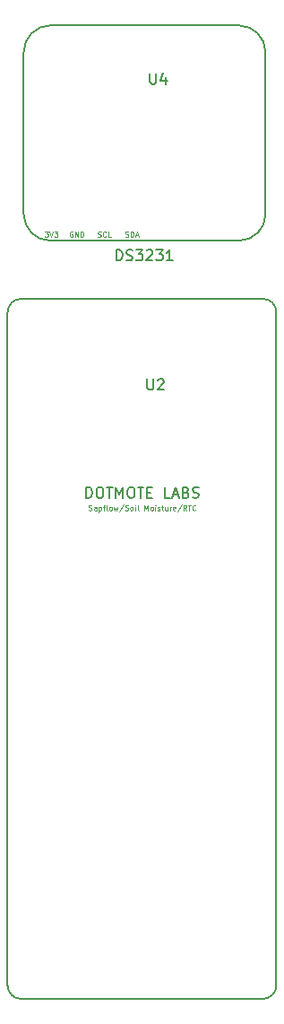
<source format=gbr>
G04 #@! TF.GenerationSoftware,KiCad,Pcbnew,(5.1.0-0)*
G04 #@! TF.CreationDate,2019-06-19T18:31:01-07:00*
G04 #@! TF.ProjectId,d32_sapflow_rtc,6433325f-7361-4706-966c-6f775f727463,rev?*
G04 #@! TF.SameCoordinates,Original*
G04 #@! TF.FileFunction,Legend,Top*
G04 #@! TF.FilePolarity,Positive*
%FSLAX46Y46*%
G04 Gerber Fmt 4.6, Leading zero omitted, Abs format (unit mm)*
G04 Created by KiCad (PCBNEW (5.1.0-0)) date 2019-06-19 18:31:01*
%MOMM*%
%LPD*%
G04 APERTURE LIST*
%ADD10C,0.125000*%
%ADD11C,0.150000*%
G04 APERTURE END LIST*
D10*
X161552380Y-101002380D02*
X161623809Y-101026190D01*
X161742857Y-101026190D01*
X161790476Y-101002380D01*
X161814285Y-100978571D01*
X161838095Y-100930952D01*
X161838095Y-100883333D01*
X161814285Y-100835714D01*
X161790476Y-100811904D01*
X161742857Y-100788095D01*
X161647619Y-100764285D01*
X161600000Y-100740476D01*
X161576190Y-100716666D01*
X161552380Y-100669047D01*
X161552380Y-100621428D01*
X161576190Y-100573809D01*
X161600000Y-100550000D01*
X161647619Y-100526190D01*
X161766666Y-100526190D01*
X161838095Y-100550000D01*
X162266666Y-101026190D02*
X162266666Y-100764285D01*
X162242857Y-100716666D01*
X162195238Y-100692857D01*
X162100000Y-100692857D01*
X162052380Y-100716666D01*
X162266666Y-101002380D02*
X162219047Y-101026190D01*
X162100000Y-101026190D01*
X162052380Y-101002380D01*
X162028571Y-100954761D01*
X162028571Y-100907142D01*
X162052380Y-100859523D01*
X162100000Y-100835714D01*
X162219047Y-100835714D01*
X162266666Y-100811904D01*
X162504761Y-100692857D02*
X162504761Y-101192857D01*
X162504761Y-100716666D02*
X162552380Y-100692857D01*
X162647619Y-100692857D01*
X162695238Y-100716666D01*
X162719047Y-100740476D01*
X162742857Y-100788095D01*
X162742857Y-100930952D01*
X162719047Y-100978571D01*
X162695238Y-101002380D01*
X162647619Y-101026190D01*
X162552380Y-101026190D01*
X162504761Y-101002380D01*
X162885714Y-100692857D02*
X163076190Y-100692857D01*
X162957142Y-101026190D02*
X162957142Y-100597619D01*
X162980952Y-100550000D01*
X163028571Y-100526190D01*
X163076190Y-100526190D01*
X163314285Y-101026190D02*
X163266666Y-101002380D01*
X163242857Y-100954761D01*
X163242857Y-100526190D01*
X163576190Y-101026190D02*
X163528571Y-101002380D01*
X163504761Y-100978571D01*
X163480952Y-100930952D01*
X163480952Y-100788095D01*
X163504761Y-100740476D01*
X163528571Y-100716666D01*
X163576190Y-100692857D01*
X163647619Y-100692857D01*
X163695238Y-100716666D01*
X163719047Y-100740476D01*
X163742857Y-100788095D01*
X163742857Y-100930952D01*
X163719047Y-100978571D01*
X163695238Y-101002380D01*
X163647619Y-101026190D01*
X163576190Y-101026190D01*
X163909523Y-100692857D02*
X164004761Y-101026190D01*
X164100000Y-100788095D01*
X164195238Y-101026190D01*
X164290476Y-100692857D01*
X164838095Y-100502380D02*
X164409523Y-101145238D01*
X164980952Y-101002380D02*
X165052380Y-101026190D01*
X165171428Y-101026190D01*
X165219047Y-101002380D01*
X165242857Y-100978571D01*
X165266666Y-100930952D01*
X165266666Y-100883333D01*
X165242857Y-100835714D01*
X165219047Y-100811904D01*
X165171428Y-100788095D01*
X165076190Y-100764285D01*
X165028571Y-100740476D01*
X165004761Y-100716666D01*
X164980952Y-100669047D01*
X164980952Y-100621428D01*
X165004761Y-100573809D01*
X165028571Y-100550000D01*
X165076190Y-100526190D01*
X165195238Y-100526190D01*
X165266666Y-100550000D01*
X165552380Y-101026190D02*
X165504761Y-101002380D01*
X165480952Y-100978571D01*
X165457142Y-100930952D01*
X165457142Y-100788095D01*
X165480952Y-100740476D01*
X165504761Y-100716666D01*
X165552380Y-100692857D01*
X165623809Y-100692857D01*
X165671428Y-100716666D01*
X165695238Y-100740476D01*
X165719047Y-100788095D01*
X165719047Y-100930952D01*
X165695238Y-100978571D01*
X165671428Y-101002380D01*
X165623809Y-101026190D01*
X165552380Y-101026190D01*
X165933333Y-101026190D02*
X165933333Y-100692857D01*
X165933333Y-100526190D02*
X165909523Y-100550000D01*
X165933333Y-100573809D01*
X165957142Y-100550000D01*
X165933333Y-100526190D01*
X165933333Y-100573809D01*
X166242857Y-101026190D02*
X166195238Y-101002380D01*
X166171428Y-100954761D01*
X166171428Y-100526190D01*
X166814285Y-101026190D02*
X166814285Y-100526190D01*
X166980952Y-100883333D01*
X167147619Y-100526190D01*
X167147619Y-101026190D01*
X167457142Y-101026190D02*
X167409523Y-101002380D01*
X167385714Y-100978571D01*
X167361904Y-100930952D01*
X167361904Y-100788095D01*
X167385714Y-100740476D01*
X167409523Y-100716666D01*
X167457142Y-100692857D01*
X167528571Y-100692857D01*
X167576190Y-100716666D01*
X167600000Y-100740476D01*
X167623809Y-100788095D01*
X167623809Y-100930952D01*
X167600000Y-100978571D01*
X167576190Y-101002380D01*
X167528571Y-101026190D01*
X167457142Y-101026190D01*
X167838095Y-101026190D02*
X167838095Y-100692857D01*
X167838095Y-100526190D02*
X167814285Y-100550000D01*
X167838095Y-100573809D01*
X167861904Y-100550000D01*
X167838095Y-100526190D01*
X167838095Y-100573809D01*
X168052380Y-101002380D02*
X168100000Y-101026190D01*
X168195238Y-101026190D01*
X168242857Y-101002380D01*
X168266666Y-100954761D01*
X168266666Y-100930952D01*
X168242857Y-100883333D01*
X168195238Y-100859523D01*
X168123809Y-100859523D01*
X168076190Y-100835714D01*
X168052380Y-100788095D01*
X168052380Y-100764285D01*
X168076190Y-100716666D01*
X168123809Y-100692857D01*
X168195238Y-100692857D01*
X168242857Y-100716666D01*
X168409523Y-100692857D02*
X168600000Y-100692857D01*
X168480952Y-100526190D02*
X168480952Y-100954761D01*
X168504761Y-101002380D01*
X168552380Y-101026190D01*
X168600000Y-101026190D01*
X168980952Y-100692857D02*
X168980952Y-101026190D01*
X168766666Y-100692857D02*
X168766666Y-100954761D01*
X168790476Y-101002380D01*
X168838095Y-101026190D01*
X168909523Y-101026190D01*
X168957142Y-101002380D01*
X168980952Y-100978571D01*
X169219047Y-101026190D02*
X169219047Y-100692857D01*
X169219047Y-100788095D02*
X169242857Y-100740476D01*
X169266666Y-100716666D01*
X169314285Y-100692857D01*
X169361904Y-100692857D01*
X169719047Y-101002380D02*
X169671428Y-101026190D01*
X169576190Y-101026190D01*
X169528571Y-101002380D01*
X169504761Y-100954761D01*
X169504761Y-100764285D01*
X169528571Y-100716666D01*
X169576190Y-100692857D01*
X169671428Y-100692857D01*
X169719047Y-100716666D01*
X169742857Y-100764285D01*
X169742857Y-100811904D01*
X169504761Y-100859523D01*
X170314285Y-100502380D02*
X169885714Y-101145238D01*
X170766666Y-101026190D02*
X170600000Y-100788095D01*
X170480952Y-101026190D02*
X170480952Y-100526190D01*
X170671428Y-100526190D01*
X170719047Y-100550000D01*
X170742857Y-100573809D01*
X170766666Y-100621428D01*
X170766666Y-100692857D01*
X170742857Y-100740476D01*
X170719047Y-100764285D01*
X170671428Y-100788095D01*
X170480952Y-100788095D01*
X170909523Y-100526190D02*
X171195238Y-100526190D01*
X171052380Y-101026190D02*
X171052380Y-100526190D01*
X171647619Y-100978571D02*
X171623809Y-101002380D01*
X171552380Y-101026190D01*
X171504761Y-101026190D01*
X171433333Y-101002380D01*
X171385714Y-100954761D01*
X171361904Y-100907142D01*
X171338095Y-100811904D01*
X171338095Y-100740476D01*
X171361904Y-100645238D01*
X171385714Y-100597619D01*
X171433333Y-100550000D01*
X171504761Y-100526190D01*
X171552380Y-100526190D01*
X171623809Y-100550000D01*
X171647619Y-100573809D01*
D11*
X161314285Y-99852380D02*
X161314285Y-98852380D01*
X161552380Y-98852380D01*
X161695238Y-98900000D01*
X161790476Y-98995238D01*
X161838095Y-99090476D01*
X161885714Y-99280952D01*
X161885714Y-99423809D01*
X161838095Y-99614285D01*
X161790476Y-99709523D01*
X161695238Y-99804761D01*
X161552380Y-99852380D01*
X161314285Y-99852380D01*
X162504761Y-98852380D02*
X162695238Y-98852380D01*
X162790476Y-98900000D01*
X162885714Y-98995238D01*
X162933333Y-99185714D01*
X162933333Y-99519047D01*
X162885714Y-99709523D01*
X162790476Y-99804761D01*
X162695238Y-99852380D01*
X162504761Y-99852380D01*
X162409523Y-99804761D01*
X162314285Y-99709523D01*
X162266666Y-99519047D01*
X162266666Y-99185714D01*
X162314285Y-98995238D01*
X162409523Y-98900000D01*
X162504761Y-98852380D01*
X163219047Y-98852380D02*
X163790476Y-98852380D01*
X163504761Y-99852380D02*
X163504761Y-98852380D01*
X164123809Y-99852380D02*
X164123809Y-98852380D01*
X164457142Y-99566666D01*
X164790476Y-98852380D01*
X164790476Y-99852380D01*
X165457142Y-98852380D02*
X165647619Y-98852380D01*
X165742857Y-98900000D01*
X165838095Y-98995238D01*
X165885714Y-99185714D01*
X165885714Y-99519047D01*
X165838095Y-99709523D01*
X165742857Y-99804761D01*
X165647619Y-99852380D01*
X165457142Y-99852380D01*
X165361904Y-99804761D01*
X165266666Y-99709523D01*
X165219047Y-99519047D01*
X165219047Y-99185714D01*
X165266666Y-98995238D01*
X165361904Y-98900000D01*
X165457142Y-98852380D01*
X166171428Y-98852380D02*
X166742857Y-98852380D01*
X166457142Y-99852380D02*
X166457142Y-98852380D01*
X167076190Y-99328571D02*
X167409523Y-99328571D01*
X167552380Y-99852380D02*
X167076190Y-99852380D01*
X167076190Y-98852380D01*
X167552380Y-98852380D01*
X169219047Y-99852380D02*
X168742857Y-99852380D01*
X168742857Y-98852380D01*
X169504761Y-99566666D02*
X169980952Y-99566666D01*
X169409523Y-99852380D02*
X169742857Y-98852380D01*
X170076190Y-99852380D01*
X170742857Y-99328571D02*
X170885714Y-99376190D01*
X170933333Y-99423809D01*
X170980952Y-99519047D01*
X170980952Y-99661904D01*
X170933333Y-99757142D01*
X170885714Y-99804761D01*
X170790476Y-99852380D01*
X170409523Y-99852380D01*
X170409523Y-98852380D01*
X170742857Y-98852380D01*
X170838095Y-98900000D01*
X170885714Y-98947619D01*
X170933333Y-99042857D01*
X170933333Y-99138095D01*
X170885714Y-99233333D01*
X170838095Y-99280952D01*
X170742857Y-99328571D01*
X170409523Y-99328571D01*
X171361904Y-99804761D02*
X171504761Y-99852380D01*
X171742857Y-99852380D01*
X171838095Y-99804761D01*
X171885714Y-99757142D01*
X171933333Y-99661904D01*
X171933333Y-99566666D01*
X171885714Y-99471428D01*
X171838095Y-99423809D01*
X171742857Y-99376190D01*
X171552380Y-99328571D01*
X171457142Y-99280952D01*
X171409523Y-99233333D01*
X171361904Y-99138095D01*
X171361904Y-99042857D01*
X171409523Y-98947619D01*
X171457142Y-98900000D01*
X171552380Y-98852380D01*
X171790476Y-98852380D01*
X171933333Y-98900000D01*
D10*
X164992857Y-75202380D02*
X165064285Y-75226190D01*
X165183333Y-75226190D01*
X165230952Y-75202380D01*
X165254761Y-75178571D01*
X165278571Y-75130952D01*
X165278571Y-75083333D01*
X165254761Y-75035714D01*
X165230952Y-75011904D01*
X165183333Y-74988095D01*
X165088095Y-74964285D01*
X165040476Y-74940476D01*
X165016666Y-74916666D01*
X164992857Y-74869047D01*
X164992857Y-74821428D01*
X165016666Y-74773809D01*
X165040476Y-74750000D01*
X165088095Y-74726190D01*
X165207142Y-74726190D01*
X165278571Y-74750000D01*
X165492857Y-75226190D02*
X165492857Y-74726190D01*
X165611904Y-74726190D01*
X165683333Y-74750000D01*
X165730952Y-74797619D01*
X165754761Y-74845238D01*
X165778571Y-74940476D01*
X165778571Y-75011904D01*
X165754761Y-75107142D01*
X165730952Y-75154761D01*
X165683333Y-75202380D01*
X165611904Y-75226190D01*
X165492857Y-75226190D01*
X165969047Y-75083333D02*
X166207142Y-75083333D01*
X165921428Y-75226190D02*
X166088095Y-74726190D01*
X166254761Y-75226190D01*
X162404761Y-75202380D02*
X162476190Y-75226190D01*
X162595238Y-75226190D01*
X162642857Y-75202380D01*
X162666666Y-75178571D01*
X162690476Y-75130952D01*
X162690476Y-75083333D01*
X162666666Y-75035714D01*
X162642857Y-75011904D01*
X162595238Y-74988095D01*
X162500000Y-74964285D01*
X162452380Y-74940476D01*
X162428571Y-74916666D01*
X162404761Y-74869047D01*
X162404761Y-74821428D01*
X162428571Y-74773809D01*
X162452380Y-74750000D01*
X162500000Y-74726190D01*
X162619047Y-74726190D01*
X162690476Y-74750000D01*
X163190476Y-75178571D02*
X163166666Y-75202380D01*
X163095238Y-75226190D01*
X163047619Y-75226190D01*
X162976190Y-75202380D01*
X162928571Y-75154761D01*
X162904761Y-75107142D01*
X162880952Y-75011904D01*
X162880952Y-74940476D01*
X162904761Y-74845238D01*
X162928571Y-74797619D01*
X162976190Y-74750000D01*
X163047619Y-74726190D01*
X163095238Y-74726190D01*
X163166666Y-74750000D01*
X163190476Y-74773809D01*
X163642857Y-75226190D02*
X163404761Y-75226190D01*
X163404761Y-74726190D01*
X160019047Y-74750000D02*
X159971428Y-74726190D01*
X159900000Y-74726190D01*
X159828571Y-74750000D01*
X159780952Y-74797619D01*
X159757142Y-74845238D01*
X159733333Y-74940476D01*
X159733333Y-75011904D01*
X159757142Y-75107142D01*
X159780952Y-75154761D01*
X159828571Y-75202380D01*
X159900000Y-75226190D01*
X159947619Y-75226190D01*
X160019047Y-75202380D01*
X160042857Y-75178571D01*
X160042857Y-75011904D01*
X159947619Y-75011904D01*
X160257142Y-75226190D02*
X160257142Y-74726190D01*
X160542857Y-75226190D01*
X160542857Y-74726190D01*
X160780952Y-75226190D02*
X160780952Y-74726190D01*
X160900000Y-74726190D01*
X160971428Y-74750000D01*
X161019047Y-74797619D01*
X161042857Y-74845238D01*
X161066666Y-74940476D01*
X161066666Y-75011904D01*
X161042857Y-75107142D01*
X161019047Y-75154761D01*
X160971428Y-75202380D01*
X160900000Y-75226190D01*
X160780952Y-75226190D01*
X157380952Y-74726190D02*
X157690476Y-74726190D01*
X157523809Y-74916666D01*
X157595238Y-74916666D01*
X157642857Y-74940476D01*
X157666666Y-74964285D01*
X157690476Y-75011904D01*
X157690476Y-75130952D01*
X157666666Y-75178571D01*
X157642857Y-75202380D01*
X157595238Y-75226190D01*
X157452380Y-75226190D01*
X157404761Y-75202380D01*
X157380952Y-75178571D01*
X157833333Y-74726190D02*
X158000000Y-75226190D01*
X158166666Y-74726190D01*
X158285714Y-74726190D02*
X158595238Y-74726190D01*
X158428571Y-74916666D01*
X158500000Y-74916666D01*
X158547619Y-74940476D01*
X158571428Y-74964285D01*
X158595238Y-75011904D01*
X158595238Y-75130952D01*
X158571428Y-75178571D01*
X158547619Y-75202380D01*
X158500000Y-75226190D01*
X158357142Y-75226190D01*
X158309523Y-75202380D01*
X158285714Y-75178571D01*
D11*
X164157142Y-77452380D02*
X164157142Y-76452380D01*
X164395238Y-76452380D01*
X164538095Y-76500000D01*
X164633333Y-76595238D01*
X164680952Y-76690476D01*
X164728571Y-76880952D01*
X164728571Y-77023809D01*
X164680952Y-77214285D01*
X164633333Y-77309523D01*
X164538095Y-77404761D01*
X164395238Y-77452380D01*
X164157142Y-77452380D01*
X165109523Y-77404761D02*
X165252380Y-77452380D01*
X165490476Y-77452380D01*
X165585714Y-77404761D01*
X165633333Y-77357142D01*
X165680952Y-77261904D01*
X165680952Y-77166666D01*
X165633333Y-77071428D01*
X165585714Y-77023809D01*
X165490476Y-76976190D01*
X165300000Y-76928571D01*
X165204761Y-76880952D01*
X165157142Y-76833333D01*
X165109523Y-76738095D01*
X165109523Y-76642857D01*
X165157142Y-76547619D01*
X165204761Y-76500000D01*
X165300000Y-76452380D01*
X165538095Y-76452380D01*
X165680952Y-76500000D01*
X166014285Y-76452380D02*
X166633333Y-76452380D01*
X166300000Y-76833333D01*
X166442857Y-76833333D01*
X166538095Y-76880952D01*
X166585714Y-76928571D01*
X166633333Y-77023809D01*
X166633333Y-77261904D01*
X166585714Y-77357142D01*
X166538095Y-77404761D01*
X166442857Y-77452380D01*
X166157142Y-77452380D01*
X166061904Y-77404761D01*
X166014285Y-77357142D01*
X167014285Y-76547619D02*
X167061904Y-76500000D01*
X167157142Y-76452380D01*
X167395238Y-76452380D01*
X167490476Y-76500000D01*
X167538095Y-76547619D01*
X167585714Y-76642857D01*
X167585714Y-76738095D01*
X167538095Y-76880952D01*
X166966666Y-77452380D01*
X167585714Y-77452380D01*
X167919047Y-76452380D02*
X168538095Y-76452380D01*
X168204761Y-76833333D01*
X168347619Y-76833333D01*
X168442857Y-76880952D01*
X168490476Y-76928571D01*
X168538095Y-77023809D01*
X168538095Y-77261904D01*
X168490476Y-77357142D01*
X168442857Y-77404761D01*
X168347619Y-77452380D01*
X168061904Y-77452380D01*
X167966666Y-77404761D01*
X167919047Y-77357142D01*
X169490476Y-77452380D02*
X168919047Y-77452380D01*
X169204761Y-77452380D02*
X169204761Y-76452380D01*
X169109523Y-76595238D01*
X169014285Y-76690476D01*
X168919047Y-76738095D01*
X155145001Y-81075001D02*
X178005001Y-81075001D01*
X179275001Y-82345001D02*
X179275001Y-145845001D01*
X178005001Y-147115001D02*
X155145001Y-147115001D01*
X153875001Y-145845001D02*
X153875001Y-82345001D01*
X153875001Y-82345001D02*
G75*
G02X155145001Y-81075001I1270000J0D01*
G01*
X178005001Y-81075001D02*
G75*
G02X179275001Y-82345001I0J-1270000D01*
G01*
X179275001Y-145845001D02*
G75*
G02X178005001Y-147115001I-1270000J0D01*
G01*
X155145001Y-147115001D02*
G75*
G02X153875001Y-145845001I0J1270000D01*
G01*
X157940000Y-75600000D02*
X175720000Y-75600000D01*
X178260000Y-73060000D02*
X178260000Y-57820000D01*
X175720000Y-55280000D02*
X157940000Y-55280000D01*
X155400000Y-57820000D02*
X155400000Y-73060000D01*
X155400000Y-57820000D02*
G75*
G02X157940000Y-55280000I2540000J0D01*
G01*
X175720000Y-55280000D02*
G75*
G02X178260000Y-57820000I0J-2540000D01*
G01*
X178260000Y-73060000D02*
G75*
G02X175720000Y-75600000I-2540000J0D01*
G01*
X157940000Y-75600000D02*
G75*
G02X155400000Y-73060000I0J2540000D01*
G01*
X167083096Y-88647381D02*
X167083096Y-89456905D01*
X167130715Y-89552143D01*
X167178334Y-89599762D01*
X167273572Y-89647381D01*
X167464048Y-89647381D01*
X167559286Y-89599762D01*
X167606905Y-89552143D01*
X167654524Y-89456905D01*
X167654524Y-88647381D01*
X168083096Y-88742620D02*
X168130715Y-88695001D01*
X168225953Y-88647381D01*
X168464048Y-88647381D01*
X168559286Y-88695001D01*
X168606905Y-88742620D01*
X168654524Y-88837858D01*
X168654524Y-88933096D01*
X168606905Y-89075953D01*
X168035477Y-89647381D01*
X168654524Y-89647381D01*
X167338095Y-59812380D02*
X167338095Y-60621904D01*
X167385714Y-60717142D01*
X167433333Y-60764761D01*
X167528571Y-60812380D01*
X167719047Y-60812380D01*
X167814285Y-60764761D01*
X167861904Y-60717142D01*
X167909523Y-60621904D01*
X167909523Y-59812380D01*
X168814285Y-60145714D02*
X168814285Y-60812380D01*
X168576190Y-59764761D02*
X168338095Y-60479047D01*
X168957142Y-60479047D01*
M02*

</source>
